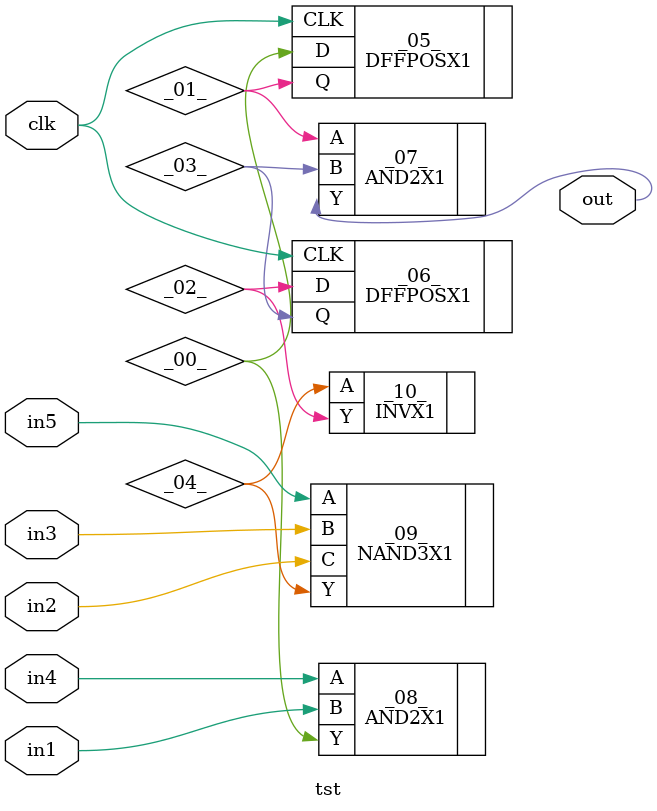
<source format=v>
/* Generated by Yosys 0.43 (git sha1 ead4718e5, clang++ 15.0.0 -fPIC -Os) */

(* src = "in.v:1.1-21.10" *)
module tst(clk, in1, in2, in3, in4, in5, out);
  wire _00_;
  wire _01_;
  wire _02_;
  wire _03_;
  wire _04_;
  (* src = "in.v:3.16-3.19" *)
  input clk;
  wire clk;
  (* src = "in.v:4.22-4.25" *)
  input in1;
  wire in1;
  (* src = "in.v:5.22-5.25" *)
  input in2;
  wire in2;
  (* src = "in.v:6.22-6.25" *)
  input in3;
  wire in3;
  (* src = "in.v:7.22-7.25" *)
  input in4;
  wire in4;
  (* src = "in.v:8.22-8.25" *)
  input in5;
  wire in5;
  (* src = "in.v:9.22-9.25" *)
  output out;
  wire out;
  DFFPOSX1 _05_ (
    .CLK(clk),
    .D(_00_),
    .Q(_01_)
  );
  DFFPOSX1 _06_ (
    .CLK(clk),
    .D(_02_),
    .Q(_03_)
  );
  AND2X1 _07_ (
    .A(_01_),
    .B(_03_),
    .Y(out)
  );
  AND2X1 _08_ (
    .A(in4),
    .B(in1),
    .Y(_00_)
  );
  NAND3X1 _09_ (
    .A(in5),
    .B(in3),
    .C(in2),
    .Y(_04_)
  );
  INVX1 _10_ (
    .A(_04_),
    .Y(_02_)
  );
endmodule

</source>
